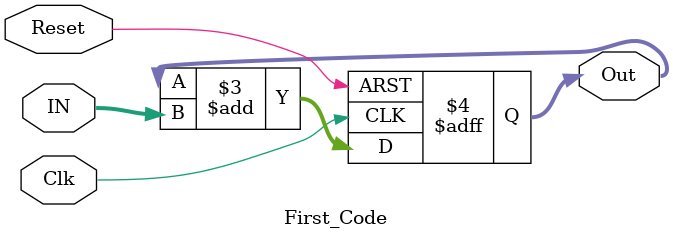
<source format=v>
`timescale 1ns / 1ps

module First_Code (IN, Reset, Clk, Out);

input [15:0] IN;
input Reset;
input Clk;
output [31:0] Out;
reg [31:0] Out;

	always @ (posedge Clk or negedge Reset )
		if (!Reset)
			Out<=0;
		else
			Out<=Out+IN;
 
endmodule

</source>
